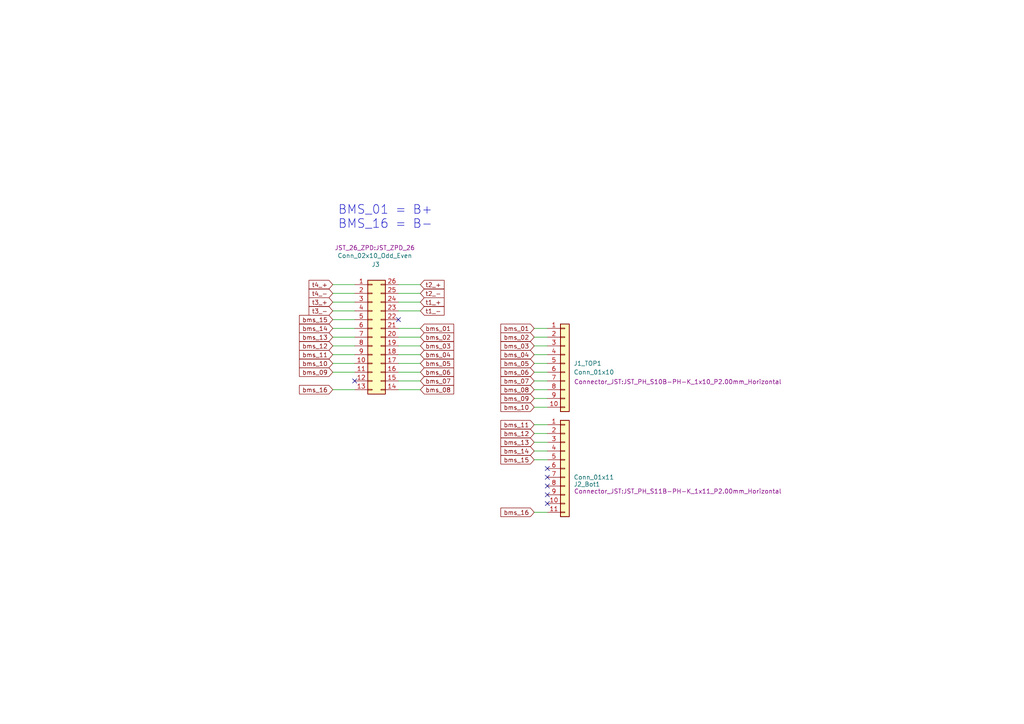
<source format=kicad_sch>
(kicad_sch
	(version 20231120)
	(generator "eeschema")
	(generator_version "8.0")
	(uuid "2966e478-13d1-4dde-8e9d-21efd49703c1")
	(paper "A4")
	(lib_symbols
		(symbol "Connector_Generic:Conn_01x10"
			(pin_names
				(offset 1.016) hide)
			(exclude_from_sim no)
			(in_bom yes)
			(on_board yes)
			(property "Reference" "J"
				(at 0 12.7 0)
				(effects
					(font
						(size 1.27 1.27)
					)
				)
			)
			(property "Value" "Conn_01x10"
				(at 0 -15.24 0)
				(effects
					(font
						(size 1.27 1.27)
					)
				)
			)
			(property "Footprint" ""
				(at 0 0 0)
				(effects
					(font
						(size 1.27 1.27)
					)
					(hide yes)
				)
			)
			(property "Datasheet" "~"
				(at 0 0 0)
				(effects
					(font
						(size 1.27 1.27)
					)
					(hide yes)
				)
			)
			(property "Description" "Generic connector, single row, 01x10, script generated (kicad-library-utils/schlib/autogen/connector/)"
				(at 0 0 0)
				(effects
					(font
						(size 1.27 1.27)
					)
					(hide yes)
				)
			)
			(property "ki_keywords" "connector"
				(at 0 0 0)
				(effects
					(font
						(size 1.27 1.27)
					)
					(hide yes)
				)
			)
			(property "ki_fp_filters" "Connector*:*_1x??_*"
				(at 0 0 0)
				(effects
					(font
						(size 1.27 1.27)
					)
					(hide yes)
				)
			)
			(symbol "Conn_01x10_1_1"
				(rectangle
					(start -1.27 -12.573)
					(end 0 -12.827)
					(stroke
						(width 0.1524)
						(type default)
					)
					(fill
						(type none)
					)
				)
				(rectangle
					(start -1.27 -10.033)
					(end 0 -10.287)
					(stroke
						(width 0.1524)
						(type default)
					)
					(fill
						(type none)
					)
				)
				(rectangle
					(start -1.27 -7.493)
					(end 0 -7.747)
					(stroke
						(width 0.1524)
						(type default)
					)
					(fill
						(type none)
					)
				)
				(rectangle
					(start -1.27 -4.953)
					(end 0 -5.207)
					(stroke
						(width 0.1524)
						(type default)
					)
					(fill
						(type none)
					)
				)
				(rectangle
					(start -1.27 -2.413)
					(end 0 -2.667)
					(stroke
						(width 0.1524)
						(type default)
					)
					(fill
						(type none)
					)
				)
				(rectangle
					(start -1.27 0.127)
					(end 0 -0.127)
					(stroke
						(width 0.1524)
						(type default)
					)
					(fill
						(type none)
					)
				)
				(rectangle
					(start -1.27 2.667)
					(end 0 2.413)
					(stroke
						(width 0.1524)
						(type default)
					)
					(fill
						(type none)
					)
				)
				(rectangle
					(start -1.27 5.207)
					(end 0 4.953)
					(stroke
						(width 0.1524)
						(type default)
					)
					(fill
						(type none)
					)
				)
				(rectangle
					(start -1.27 7.747)
					(end 0 7.493)
					(stroke
						(width 0.1524)
						(type default)
					)
					(fill
						(type none)
					)
				)
				(rectangle
					(start -1.27 10.287)
					(end 0 10.033)
					(stroke
						(width 0.1524)
						(type default)
					)
					(fill
						(type none)
					)
				)
				(rectangle
					(start -1.27 11.43)
					(end 1.27 -13.97)
					(stroke
						(width 0.254)
						(type default)
					)
					(fill
						(type background)
					)
				)
				(pin passive line
					(at -5.08 10.16 0)
					(length 3.81)
					(name "Pin_1"
						(effects
							(font
								(size 1.27 1.27)
							)
						)
					)
					(number "1"
						(effects
							(font
								(size 1.27 1.27)
							)
						)
					)
				)
				(pin passive line
					(at -5.08 -12.7 0)
					(length 3.81)
					(name "Pin_10"
						(effects
							(font
								(size 1.27 1.27)
							)
						)
					)
					(number "10"
						(effects
							(font
								(size 1.27 1.27)
							)
						)
					)
				)
				(pin passive line
					(at -5.08 7.62 0)
					(length 3.81)
					(name "Pin_2"
						(effects
							(font
								(size 1.27 1.27)
							)
						)
					)
					(number "2"
						(effects
							(font
								(size 1.27 1.27)
							)
						)
					)
				)
				(pin passive line
					(at -5.08 5.08 0)
					(length 3.81)
					(name "Pin_3"
						(effects
							(font
								(size 1.27 1.27)
							)
						)
					)
					(number "3"
						(effects
							(font
								(size 1.27 1.27)
							)
						)
					)
				)
				(pin passive line
					(at -5.08 2.54 0)
					(length 3.81)
					(name "Pin_4"
						(effects
							(font
								(size 1.27 1.27)
							)
						)
					)
					(number "4"
						(effects
							(font
								(size 1.27 1.27)
							)
						)
					)
				)
				(pin passive line
					(at -5.08 0 0)
					(length 3.81)
					(name "Pin_5"
						(effects
							(font
								(size 1.27 1.27)
							)
						)
					)
					(number "5"
						(effects
							(font
								(size 1.27 1.27)
							)
						)
					)
				)
				(pin passive line
					(at -5.08 -2.54 0)
					(length 3.81)
					(name "Pin_6"
						(effects
							(font
								(size 1.27 1.27)
							)
						)
					)
					(number "6"
						(effects
							(font
								(size 1.27 1.27)
							)
						)
					)
				)
				(pin passive line
					(at -5.08 -5.08 0)
					(length 3.81)
					(name "Pin_7"
						(effects
							(font
								(size 1.27 1.27)
							)
						)
					)
					(number "7"
						(effects
							(font
								(size 1.27 1.27)
							)
						)
					)
				)
				(pin passive line
					(at -5.08 -7.62 0)
					(length 3.81)
					(name "Pin_8"
						(effects
							(font
								(size 1.27 1.27)
							)
						)
					)
					(number "8"
						(effects
							(font
								(size 1.27 1.27)
							)
						)
					)
				)
				(pin passive line
					(at -5.08 -10.16 0)
					(length 3.81)
					(name "Pin_9"
						(effects
							(font
								(size 1.27 1.27)
							)
						)
					)
					(number "9"
						(effects
							(font
								(size 1.27 1.27)
							)
						)
					)
				)
			)
		)
		(symbol "Connector_Generic:Conn_01x11"
			(pin_names
				(offset 1.016) hide)
			(exclude_from_sim no)
			(in_bom yes)
			(on_board yes)
			(property "Reference" "J"
				(at 0 15.24 0)
				(effects
					(font
						(size 1.27 1.27)
					)
				)
			)
			(property "Value" "Conn_01x11"
				(at 0 -15.24 0)
				(effects
					(font
						(size 1.27 1.27)
					)
				)
			)
			(property "Footprint" ""
				(at 0 0 0)
				(effects
					(font
						(size 1.27 1.27)
					)
					(hide yes)
				)
			)
			(property "Datasheet" "~"
				(at 0 0 0)
				(effects
					(font
						(size 1.27 1.27)
					)
					(hide yes)
				)
			)
			(property "Description" "Generic connector, single row, 01x11, script generated (kicad-library-utils/schlib/autogen/connector/)"
				(at 0 0 0)
				(effects
					(font
						(size 1.27 1.27)
					)
					(hide yes)
				)
			)
			(property "ki_keywords" "connector"
				(at 0 0 0)
				(effects
					(font
						(size 1.27 1.27)
					)
					(hide yes)
				)
			)
			(property "ki_fp_filters" "Connector*:*_1x??_*"
				(at 0 0 0)
				(effects
					(font
						(size 1.27 1.27)
					)
					(hide yes)
				)
			)
			(symbol "Conn_01x11_1_1"
				(rectangle
					(start -1.27 -12.573)
					(end 0 -12.827)
					(stroke
						(width 0.1524)
						(type default)
					)
					(fill
						(type none)
					)
				)
				(rectangle
					(start -1.27 -10.033)
					(end 0 -10.287)
					(stroke
						(width 0.1524)
						(type default)
					)
					(fill
						(type none)
					)
				)
				(rectangle
					(start -1.27 -7.493)
					(end 0 -7.747)
					(stroke
						(width 0.1524)
						(type default)
					)
					(fill
						(type none)
					)
				)
				(rectangle
					(start -1.27 -4.953)
					(end 0 -5.207)
					(stroke
						(width 0.1524)
						(type default)
					)
					(fill
						(type none)
					)
				)
				(rectangle
					(start -1.27 -2.413)
					(end 0 -2.667)
					(stroke
						(width 0.1524)
						(type default)
					)
					(fill
						(type none)
					)
				)
				(rectangle
					(start -1.27 0.127)
					(end 0 -0.127)
					(stroke
						(width 0.1524)
						(type default)
					)
					(fill
						(type none)
					)
				)
				(rectangle
					(start -1.27 2.667)
					(end 0 2.413)
					(stroke
						(width 0.1524)
						(type default)
					)
					(fill
						(type none)
					)
				)
				(rectangle
					(start -1.27 5.207)
					(end 0 4.953)
					(stroke
						(width 0.1524)
						(type default)
					)
					(fill
						(type none)
					)
				)
				(rectangle
					(start -1.27 7.747)
					(end 0 7.493)
					(stroke
						(width 0.1524)
						(type default)
					)
					(fill
						(type none)
					)
				)
				(rectangle
					(start -1.27 10.287)
					(end 0 10.033)
					(stroke
						(width 0.1524)
						(type default)
					)
					(fill
						(type none)
					)
				)
				(rectangle
					(start -1.27 12.827)
					(end 0 12.573)
					(stroke
						(width 0.1524)
						(type default)
					)
					(fill
						(type none)
					)
				)
				(rectangle
					(start -1.27 13.97)
					(end 1.27 -13.97)
					(stroke
						(width 0.254)
						(type default)
					)
					(fill
						(type background)
					)
				)
				(pin passive line
					(at -5.08 12.7 0)
					(length 3.81)
					(name "Pin_1"
						(effects
							(font
								(size 1.27 1.27)
							)
						)
					)
					(number "1"
						(effects
							(font
								(size 1.27 1.27)
							)
						)
					)
				)
				(pin passive line
					(at -5.08 -10.16 0)
					(length 3.81)
					(name "Pin_10"
						(effects
							(font
								(size 1.27 1.27)
							)
						)
					)
					(number "10"
						(effects
							(font
								(size 1.27 1.27)
							)
						)
					)
				)
				(pin passive line
					(at -5.08 -12.7 0)
					(length 3.81)
					(name "Pin_11"
						(effects
							(font
								(size 1.27 1.27)
							)
						)
					)
					(number "11"
						(effects
							(font
								(size 1.27 1.27)
							)
						)
					)
				)
				(pin passive line
					(at -5.08 10.16 0)
					(length 3.81)
					(name "Pin_2"
						(effects
							(font
								(size 1.27 1.27)
							)
						)
					)
					(number "2"
						(effects
							(font
								(size 1.27 1.27)
							)
						)
					)
				)
				(pin passive line
					(at -5.08 7.62 0)
					(length 3.81)
					(name "Pin_3"
						(effects
							(font
								(size 1.27 1.27)
							)
						)
					)
					(number "3"
						(effects
							(font
								(size 1.27 1.27)
							)
						)
					)
				)
				(pin passive line
					(at -5.08 5.08 0)
					(length 3.81)
					(name "Pin_4"
						(effects
							(font
								(size 1.27 1.27)
							)
						)
					)
					(number "4"
						(effects
							(font
								(size 1.27 1.27)
							)
						)
					)
				)
				(pin passive line
					(at -5.08 2.54 0)
					(length 3.81)
					(name "Pin_5"
						(effects
							(font
								(size 1.27 1.27)
							)
						)
					)
					(number "5"
						(effects
							(font
								(size 1.27 1.27)
							)
						)
					)
				)
				(pin passive line
					(at -5.08 0 0)
					(length 3.81)
					(name "Pin_6"
						(effects
							(font
								(size 1.27 1.27)
							)
						)
					)
					(number "6"
						(effects
							(font
								(size 1.27 1.27)
							)
						)
					)
				)
				(pin passive line
					(at -5.08 -2.54 0)
					(length 3.81)
					(name "Pin_7"
						(effects
							(font
								(size 1.27 1.27)
							)
						)
					)
					(number "7"
						(effects
							(font
								(size 1.27 1.27)
							)
						)
					)
				)
				(pin passive line
					(at -5.08 -5.08 0)
					(length 3.81)
					(name "Pin_8"
						(effects
							(font
								(size 1.27 1.27)
							)
						)
					)
					(number "8"
						(effects
							(font
								(size 1.27 1.27)
							)
						)
					)
				)
				(pin passive line
					(at -5.08 -7.62 0)
					(length 3.81)
					(name "Pin_9"
						(effects
							(font
								(size 1.27 1.27)
							)
						)
					)
					(number "9"
						(effects
							(font
								(size 1.27 1.27)
							)
						)
					)
				)
			)
		)
		(symbol "Connector_Generic:Conn_02x13_Counter_Clockwise"
			(pin_names
				(offset 1.016) hide)
			(exclude_from_sim no)
			(in_bom yes)
			(on_board yes)
			(property "Reference" "J"
				(at 1.27 17.78 0)
				(effects
					(font
						(size 1.27 1.27)
					)
				)
			)
			(property "Value" "Conn_02x13_Counter_Clockwise"
				(at 1.27 -17.78 0)
				(effects
					(font
						(size 1.27 1.27)
					)
				)
			)
			(property "Footprint" ""
				(at 0 0 0)
				(effects
					(font
						(size 1.27 1.27)
					)
					(hide yes)
				)
			)
			(property "Datasheet" "~"
				(at 0 0 0)
				(effects
					(font
						(size 1.27 1.27)
					)
					(hide yes)
				)
			)
			(property "Description" "Generic connector, double row, 02x13, counter clockwise pin numbering scheme (similar to DIP package numbering), script generated (kicad-library-utils/schlib/autogen/connector/)"
				(at 0 0 0)
				(effects
					(font
						(size 1.27 1.27)
					)
					(hide yes)
				)
			)
			(property "ki_keywords" "connector"
				(at 0 0 0)
				(effects
					(font
						(size 1.27 1.27)
					)
					(hide yes)
				)
			)
			(property "ki_fp_filters" "Connector*:*_2x??_*"
				(at 0 0 0)
				(effects
					(font
						(size 1.27 1.27)
					)
					(hide yes)
				)
			)
			(symbol "Conn_02x13_Counter_Clockwise_1_1"
				(rectangle
					(start -1.27 -15.113)
					(end 0 -15.367)
					(stroke
						(width 0.1524)
						(type default)
					)
					(fill
						(type none)
					)
				)
				(rectangle
					(start -1.27 -12.573)
					(end 0 -12.827)
					(stroke
						(width 0.1524)
						(type default)
					)
					(fill
						(type none)
					)
				)
				(rectangle
					(start -1.27 -10.033)
					(end 0 -10.287)
					(stroke
						(width 0.1524)
						(type default)
					)
					(fill
						(type none)
					)
				)
				(rectangle
					(start -1.27 -7.493)
					(end 0 -7.747)
					(stroke
						(width 0.1524)
						(type default)
					)
					(fill
						(type none)
					)
				)
				(rectangle
					(start -1.27 -4.953)
					(end 0 -5.207)
					(stroke
						(width 0.1524)
						(type default)
					)
					(fill
						(type none)
					)
				)
				(rectangle
					(start -1.27 -2.413)
					(end 0 -2.667)
					(stroke
						(width 0.1524)
						(type default)
					)
					(fill
						(type none)
					)
				)
				(rectangle
					(start -1.27 0.127)
					(end 0 -0.127)
					(stroke
						(width 0.1524)
						(type default)
					)
					(fill
						(type none)
					)
				)
				(rectangle
					(start -1.27 2.667)
					(end 0 2.413)
					(stroke
						(width 0.1524)
						(type default)
					)
					(fill
						(type none)
					)
				)
				(rectangle
					(start -1.27 5.207)
					(end 0 4.953)
					(stroke
						(width 0.1524)
						(type default)
					)
					(fill
						(type none)
					)
				)
				(rectangle
					(start -1.27 7.747)
					(end 0 7.493)
					(stroke
						(width 0.1524)
						(type default)
					)
					(fill
						(type none)
					)
				)
				(rectangle
					(start -1.27 10.287)
					(end 0 10.033)
					(stroke
						(width 0.1524)
						(type default)
					)
					(fill
						(type none)
					)
				)
				(rectangle
					(start -1.27 12.827)
					(end 0 12.573)
					(stroke
						(width 0.1524)
						(type default)
					)
					(fill
						(type none)
					)
				)
				(rectangle
					(start -1.27 15.367)
					(end 0 15.113)
					(stroke
						(width 0.1524)
						(type default)
					)
					(fill
						(type none)
					)
				)
				(rectangle
					(start -1.27 16.51)
					(end 3.81 -16.51)
					(stroke
						(width 0.254)
						(type default)
					)
					(fill
						(type background)
					)
				)
				(rectangle
					(start 3.81 -15.113)
					(end 2.54 -15.367)
					(stroke
						(width 0.1524)
						(type default)
					)
					(fill
						(type none)
					)
				)
				(rectangle
					(start 3.81 -12.573)
					(end 2.54 -12.827)
					(stroke
						(width 0.1524)
						(type default)
					)
					(fill
						(type none)
					)
				)
				(rectangle
					(start 3.81 -10.033)
					(end 2.54 -10.287)
					(stroke
						(width 0.1524)
						(type default)
					)
					(fill
						(type none)
					)
				)
				(rectangle
					(start 3.81 -7.493)
					(end 2.54 -7.747)
					(stroke
						(width 0.1524)
						(type default)
					)
					(fill
						(type none)
					)
				)
				(rectangle
					(start 3.81 -4.953)
					(end 2.54 -5.207)
					(stroke
						(width 0.1524)
						(type default)
					)
					(fill
						(type none)
					)
				)
				(rectangle
					(start 3.81 -2.413)
					(end 2.54 -2.667)
					(stroke
						(width 0.1524)
						(type default)
					)
					(fill
						(type none)
					)
				)
				(rectangle
					(start 3.81 0.127)
					(end 2.54 -0.127)
					(stroke
						(width 0.1524)
						(type default)
					)
					(fill
						(type none)
					)
				)
				(rectangle
					(start 3.81 2.667)
					(end 2.54 2.413)
					(stroke
						(width 0.1524)
						(type default)
					)
					(fill
						(type none)
					)
				)
				(rectangle
					(start 3.81 5.207)
					(end 2.54 4.953)
					(stroke
						(width 0.1524)
						(type default)
					)
					(fill
						(type none)
					)
				)
				(rectangle
					(start 3.81 7.747)
					(end 2.54 7.493)
					(stroke
						(width 0.1524)
						(type default)
					)
					(fill
						(type none)
					)
				)
				(rectangle
					(start 3.81 10.287)
					(end 2.54 10.033)
					(stroke
						(width 0.1524)
						(type default)
					)
					(fill
						(type none)
					)
				)
				(rectangle
					(start 3.81 12.827)
					(end 2.54 12.573)
					(stroke
						(width 0.1524)
						(type default)
					)
					(fill
						(type none)
					)
				)
				(rectangle
					(start 3.81 15.367)
					(end 2.54 15.113)
					(stroke
						(width 0.1524)
						(type default)
					)
					(fill
						(type none)
					)
				)
				(pin passive line
					(at -5.08 15.24 0)
					(length 3.81)
					(name "Pin_1"
						(effects
							(font
								(size 1.27 1.27)
							)
						)
					)
					(number "1"
						(effects
							(font
								(size 1.27 1.27)
							)
						)
					)
				)
				(pin passive line
					(at -5.08 -7.62 0)
					(length 3.81)
					(name "Pin_10"
						(effects
							(font
								(size 1.27 1.27)
							)
						)
					)
					(number "10"
						(effects
							(font
								(size 1.27 1.27)
							)
						)
					)
				)
				(pin passive line
					(at -5.08 -10.16 0)
					(length 3.81)
					(name "Pin_11"
						(effects
							(font
								(size 1.27 1.27)
							)
						)
					)
					(number "11"
						(effects
							(font
								(size 1.27 1.27)
							)
						)
					)
				)
				(pin passive line
					(at -5.08 -12.7 0)
					(length 3.81)
					(name "Pin_12"
						(effects
							(font
								(size 1.27 1.27)
							)
						)
					)
					(number "12"
						(effects
							(font
								(size 1.27 1.27)
							)
						)
					)
				)
				(pin passive line
					(at -5.08 -15.24 0)
					(length 3.81)
					(name "Pin_13"
						(effects
							(font
								(size 1.27 1.27)
							)
						)
					)
					(number "13"
						(effects
							(font
								(size 1.27 1.27)
							)
						)
					)
				)
				(pin passive line
					(at 7.62 -15.24 180)
					(length 3.81)
					(name "Pin_14"
						(effects
							(font
								(size 1.27 1.27)
							)
						)
					)
					(number "14"
						(effects
							(font
								(size 1.27 1.27)
							)
						)
					)
				)
				(pin passive line
					(at 7.62 -12.7 180)
					(length 3.81)
					(name "Pin_15"
						(effects
							(font
								(size 1.27 1.27)
							)
						)
					)
					(number "15"
						(effects
							(font
								(size 1.27 1.27)
							)
						)
					)
				)
				(pin passive line
					(at 7.62 -10.16 180)
					(length 3.81)
					(name "Pin_16"
						(effects
							(font
								(size 1.27 1.27)
							)
						)
					)
					(number "16"
						(effects
							(font
								(size 1.27 1.27)
							)
						)
					)
				)
				(pin passive line
					(at 7.62 -7.62 180)
					(length 3.81)
					(name "Pin_17"
						(effects
							(font
								(size 1.27 1.27)
							)
						)
					)
					(number "17"
						(effects
							(font
								(size 1.27 1.27)
							)
						)
					)
				)
				(pin passive line
					(at 7.62 -5.08 180)
					(length 3.81)
					(name "Pin_18"
						(effects
							(font
								(size 1.27 1.27)
							)
						)
					)
					(number "18"
						(effects
							(font
								(size 1.27 1.27)
							)
						)
					)
				)
				(pin passive line
					(at 7.62 -2.54 180)
					(length 3.81)
					(name "Pin_19"
						(effects
							(font
								(size 1.27 1.27)
							)
						)
					)
					(number "19"
						(effects
							(font
								(size 1.27 1.27)
							)
						)
					)
				)
				(pin passive line
					(at -5.08 12.7 0)
					(length 3.81)
					(name "Pin_2"
						(effects
							(font
								(size 1.27 1.27)
							)
						)
					)
					(number "2"
						(effects
							(font
								(size 1.27 1.27)
							)
						)
					)
				)
				(pin passive line
					(at 7.62 0 180)
					(length 3.81)
					(name "Pin_20"
						(effects
							(font
								(size 1.27 1.27)
							)
						)
					)
					(number "20"
						(effects
							(font
								(size 1.27 1.27)
							)
						)
					)
				)
				(pin passive line
					(at 7.62 2.54 180)
					(length 3.81)
					(name "Pin_21"
						(effects
							(font
								(size 1.27 1.27)
							)
						)
					)
					(number "21"
						(effects
							(font
								(size 1.27 1.27)
							)
						)
					)
				)
				(pin passive line
					(at 7.62 5.08 180)
					(length 3.81)
					(name "Pin_22"
						(effects
							(font
								(size 1.27 1.27)
							)
						)
					)
					(number "22"
						(effects
							(font
								(size 1.27 1.27)
							)
						)
					)
				)
				(pin passive line
					(at 7.62 7.62 180)
					(length 3.81)
					(name "Pin_23"
						(effects
							(font
								(size 1.27 1.27)
							)
						)
					)
					(number "23"
						(effects
							(font
								(size 1.27 1.27)
							)
						)
					)
				)
				(pin passive line
					(at 7.62 10.16 180)
					(length 3.81)
					(name "Pin_24"
						(effects
							(font
								(size 1.27 1.27)
							)
						)
					)
					(number "24"
						(effects
							(font
								(size 1.27 1.27)
							)
						)
					)
				)
				(pin passive line
					(at 7.62 12.7 180)
					(length 3.81)
					(name "Pin_25"
						(effects
							(font
								(size 1.27 1.27)
							)
						)
					)
					(number "25"
						(effects
							(font
								(size 1.27 1.27)
							)
						)
					)
				)
				(pin passive line
					(at 7.62 15.24 180)
					(length 3.81)
					(name "Pin_26"
						(effects
							(font
								(size 1.27 1.27)
							)
						)
					)
					(number "26"
						(effects
							(font
								(size 1.27 1.27)
							)
						)
					)
				)
				(pin passive line
					(at -5.08 10.16 0)
					(length 3.81)
					(name "Pin_3"
						(effects
							(font
								(size 1.27 1.27)
							)
						)
					)
					(number "3"
						(effects
							(font
								(size 1.27 1.27)
							)
						)
					)
				)
				(pin passive line
					(at -5.08 7.62 0)
					(length 3.81)
					(name "Pin_4"
						(effects
							(font
								(size 1.27 1.27)
							)
						)
					)
					(number "4"
						(effects
							(font
								(size 1.27 1.27)
							)
						)
					)
				)
				(pin passive line
					(at -5.08 5.08 0)
					(length 3.81)
					(name "Pin_5"
						(effects
							(font
								(size 1.27 1.27)
							)
						)
					)
					(number "5"
						(effects
							(font
								(size 1.27 1.27)
							)
						)
					)
				)
				(pin passive line
					(at -5.08 2.54 0)
					(length 3.81)
					(name "Pin_6"
						(effects
							(font
								(size 1.27 1.27)
							)
						)
					)
					(number "6"
						(effects
							(font
								(size 1.27 1.27)
							)
						)
					)
				)
				(pin passive line
					(at -5.08 0 0)
					(length 3.81)
					(name "Pin_7"
						(effects
							(font
								(size 1.27 1.27)
							)
						)
					)
					(number "7"
						(effects
							(font
								(size 1.27 1.27)
							)
						)
					)
				)
				(pin passive line
					(at -5.08 -2.54 0)
					(length 3.81)
					(name "Pin_8"
						(effects
							(font
								(size 1.27 1.27)
							)
						)
					)
					(number "8"
						(effects
							(font
								(size 1.27 1.27)
							)
						)
					)
				)
				(pin passive line
					(at -5.08 -5.08 0)
					(length 3.81)
					(name "Pin_9"
						(effects
							(font
								(size 1.27 1.27)
							)
						)
					)
					(number "9"
						(effects
							(font
								(size 1.27 1.27)
							)
						)
					)
				)
			)
		)
	)
	(no_connect
		(at 102.87 110.49)
		(uuid "0024ff6e-da13-4715-8929-89a204c923e5")
	)
	(no_connect
		(at 158.75 135.89)
		(uuid "042dbd1d-5ec9-4b2a-8a85-9332cd4a96e2")
	)
	(no_connect
		(at 158.75 140.97)
		(uuid "0fabb025-58bc-4b7e-8c19-d498493c6371")
	)
	(no_connect
		(at 158.75 146.05)
		(uuid "54faa16b-bde6-4fa6-84a4-ae0b33c477ec")
	)
	(no_connect
		(at 115.57 92.71)
		(uuid "6373a78b-b2ac-4157-ba25-532a96d634e9")
	)
	(no_connect
		(at 158.75 138.43)
		(uuid "7be6414a-da00-482e-8301-e77c60ff3380")
	)
	(no_connect
		(at 158.75 143.51)
		(uuid "9efbd93f-d005-483c-aefd-373e304eb821")
	)
	(wire
		(pts
			(xy 154.94 105.41) (xy 158.75 105.41)
		)
		(stroke
			(width 0)
			(type default)
		)
		(uuid "01175e71-2d92-4cd1-8b4c-89aa23cc6d77")
	)
	(wire
		(pts
			(xy 115.57 97.79) (xy 121.92 97.79)
		)
		(stroke
			(width 0)
			(type default)
		)
		(uuid "0bcf1106-5a39-4327-a7da-1c122a7a8200")
	)
	(wire
		(pts
			(xy 154.94 113.03) (xy 158.75 113.03)
		)
		(stroke
			(width 0)
			(type default)
		)
		(uuid "0fb9e33e-02d0-4c37-a6d8-654590968f03")
	)
	(wire
		(pts
			(xy 115.57 102.87) (xy 121.92 102.87)
		)
		(stroke
			(width 0)
			(type default)
		)
		(uuid "17389c28-8811-4ca9-8ace-38c45b6289b7")
	)
	(wire
		(pts
			(xy 96.52 90.17) (xy 102.87 90.17)
		)
		(stroke
			(width 0)
			(type default)
		)
		(uuid "1ab6bbcf-fbdf-4861-a2e8-bc23a95f8039")
	)
	(wire
		(pts
			(xy 154.94 148.59) (xy 158.75 148.59)
		)
		(stroke
			(width 0)
			(type default)
		)
		(uuid "1c56872e-9fba-46a9-95e5-a71ca61a26b9")
	)
	(wire
		(pts
			(xy 115.57 110.49) (xy 121.92 110.49)
		)
		(stroke
			(width 0)
			(type default)
		)
		(uuid "1dee0085-a46a-473d-8ca2-fccd16a3bc37")
	)
	(wire
		(pts
			(xy 154.94 128.27) (xy 158.75 128.27)
		)
		(stroke
			(width 0)
			(type default)
		)
		(uuid "21b8c2ab-cb87-44d3-8eaa-b2714cb0f6c7")
	)
	(wire
		(pts
			(xy 96.52 95.25) (xy 102.87 95.25)
		)
		(stroke
			(width 0)
			(type default)
		)
		(uuid "2566f096-3d73-4031-8848-0f773dc373f7")
	)
	(wire
		(pts
			(xy 96.52 107.95) (xy 102.87 107.95)
		)
		(stroke
			(width 0)
			(type default)
		)
		(uuid "2bbea4f7-bf1e-4a6e-bd56-3eafc3c7113d")
	)
	(wire
		(pts
			(xy 96.52 97.79) (xy 102.87 97.79)
		)
		(stroke
			(width 0)
			(type default)
		)
		(uuid "2eb544b1-9575-423f-b30a-eaeabeaf945d")
	)
	(wire
		(pts
			(xy 115.57 95.25) (xy 121.92 95.25)
		)
		(stroke
			(width 0)
			(type default)
		)
		(uuid "31512d30-0cc5-4bcd-90cf-42703b35063c")
	)
	(wire
		(pts
			(xy 96.52 85.09) (xy 102.87 85.09)
		)
		(stroke
			(width 0)
			(type default)
		)
		(uuid "49ec0b86-0c04-4f03-9a8f-d809523b0e2c")
	)
	(wire
		(pts
			(xy 154.94 125.73) (xy 158.75 125.73)
		)
		(stroke
			(width 0)
			(type default)
		)
		(uuid "4e1b7031-572c-4d25-9542-accfca6027a1")
	)
	(wire
		(pts
			(xy 154.94 107.95) (xy 158.75 107.95)
		)
		(stroke
			(width 0)
			(type default)
		)
		(uuid "59c790e2-802e-468e-a052-7ff8020afd2e")
	)
	(wire
		(pts
			(xy 115.57 82.55) (xy 121.92 82.55)
		)
		(stroke
			(width 0)
			(type default)
		)
		(uuid "6a859091-f882-40a7-89db-4912667464f4")
	)
	(wire
		(pts
			(xy 115.57 85.09) (xy 121.92 85.09)
		)
		(stroke
			(width 0)
			(type default)
		)
		(uuid "752dae60-3914-4d9c-8cb9-af9187d6247b")
	)
	(wire
		(pts
			(xy 154.94 110.49) (xy 158.75 110.49)
		)
		(stroke
			(width 0)
			(type default)
		)
		(uuid "7d176904-c6d6-4461-8fb7-1b5d824f86d1")
	)
	(wire
		(pts
			(xy 154.94 130.81) (xy 158.75 130.81)
		)
		(stroke
			(width 0)
			(type default)
		)
		(uuid "7da7f2b8-6405-4e2c-859f-3f98ed58f1f3")
	)
	(wire
		(pts
			(xy 115.57 105.41) (xy 121.92 105.41)
		)
		(stroke
			(width 0)
			(type default)
		)
		(uuid "7dac5c0e-24ba-46cf-aa43-4f2dd2d32f08")
	)
	(wire
		(pts
			(xy 154.94 133.35) (xy 158.75 133.35)
		)
		(stroke
			(width 0)
			(type default)
		)
		(uuid "837eab5e-ac03-48fd-bddd-99365901d3be")
	)
	(wire
		(pts
			(xy 154.94 123.19) (xy 158.75 123.19)
		)
		(stroke
			(width 0)
			(type default)
		)
		(uuid "87ed26ec-ae93-4345-b878-1214f6c30f3f")
	)
	(wire
		(pts
			(xy 115.57 107.95) (xy 121.92 107.95)
		)
		(stroke
			(width 0)
			(type default)
		)
		(uuid "986a75a4-caab-415e-89c3-81d2593e3d8a")
	)
	(wire
		(pts
			(xy 115.57 87.63) (xy 121.92 87.63)
		)
		(stroke
			(width 0)
			(type default)
		)
		(uuid "9d46d3c8-17e4-42c5-aeb2-eb6bd8edf82a")
	)
	(wire
		(pts
			(xy 96.52 87.63) (xy 102.87 87.63)
		)
		(stroke
			(width 0)
			(type default)
		)
		(uuid "9f19d6d4-1837-4729-87a5-8fb3631f0540")
	)
	(wire
		(pts
			(xy 96.52 102.87) (xy 102.87 102.87)
		)
		(stroke
			(width 0)
			(type default)
		)
		(uuid "9f97285b-1ce7-4bf0-b4eb-e5649ee8c798")
	)
	(wire
		(pts
			(xy 115.57 90.17) (xy 121.92 90.17)
		)
		(stroke
			(width 0)
			(type default)
		)
		(uuid "a06cecdf-6a09-439a-9aa9-2d696119fbb5")
	)
	(wire
		(pts
			(xy 96.52 92.71) (xy 102.87 92.71)
		)
		(stroke
			(width 0)
			(type default)
		)
		(uuid "a2f75a6c-c239-4673-9d6b-319db169799b")
	)
	(wire
		(pts
			(xy 154.94 95.25) (xy 158.75 95.25)
		)
		(stroke
			(width 0)
			(type default)
		)
		(uuid "a3ff3653-bc68-48e5-815a-1c3bf92acbc5")
	)
	(wire
		(pts
			(xy 115.57 100.33) (xy 121.92 100.33)
		)
		(stroke
			(width 0)
			(type default)
		)
		(uuid "a8156aa4-b59a-4cb9-9a30-6cb9c1a6c5d6")
	)
	(wire
		(pts
			(xy 96.52 100.33) (xy 102.87 100.33)
		)
		(stroke
			(width 0)
			(type default)
		)
		(uuid "bcb1c36c-402b-4cb2-a95e-683fd4789a46")
	)
	(wire
		(pts
			(xy 154.94 100.33) (xy 158.75 100.33)
		)
		(stroke
			(width 0)
			(type default)
		)
		(uuid "c3aa3fed-a388-445b-9408-eecdea390244")
	)
	(wire
		(pts
			(xy 115.57 113.03) (xy 121.92 113.03)
		)
		(stroke
			(width 0)
			(type default)
		)
		(uuid "cb1be4d2-fd96-490c-beb3-5cd4a9eb6667")
	)
	(wire
		(pts
			(xy 96.52 113.03) (xy 102.87 113.03)
		)
		(stroke
			(width 0)
			(type default)
		)
		(uuid "d0193a69-e26f-4df1-9f43-6a009908d482")
	)
	(wire
		(pts
			(xy 96.52 105.41) (xy 102.87 105.41)
		)
		(stroke
			(width 0)
			(type default)
		)
		(uuid "dd2beb65-95dd-435e-ab07-4543b7e16e61")
	)
	(wire
		(pts
			(xy 154.94 102.87) (xy 158.75 102.87)
		)
		(stroke
			(width 0)
			(type default)
		)
		(uuid "ecb24e5d-7a9a-4c5b-bdf6-2588dcab29e6")
	)
	(wire
		(pts
			(xy 154.94 97.79) (xy 158.75 97.79)
		)
		(stroke
			(width 0)
			(type default)
		)
		(uuid "f40b9238-cb12-4180-a258-d151ba52c486")
	)
	(wire
		(pts
			(xy 154.94 115.57) (xy 158.75 115.57)
		)
		(stroke
			(width 0)
			(type default)
		)
		(uuid "f584163e-ffd2-46fa-8857-9312b220e5bc")
	)
	(wire
		(pts
			(xy 96.52 82.55) (xy 102.87 82.55)
		)
		(stroke
			(width 0)
			(type default)
		)
		(uuid "fa4d667b-866a-4cdf-afd0-209b54f44a58")
	)
	(wire
		(pts
			(xy 154.94 118.11) (xy 158.75 118.11)
		)
		(stroke
			(width 0)
			(type default)
		)
		(uuid "fc28448f-22a5-45fa-b2a3-4fffc51c5a92")
	)
	(text "BMS_01 = B+\nBMS_16 = B-"
		(exclude_from_sim no)
		(at 111.76 62.992 0)
		(effects
			(font
				(size 2.54 2.54)
			)
		)
		(uuid "762741ee-de8a-42d4-a397-ba6cb152615e")
	)
	(global_label "bms_01"
		(shape input)
		(at 154.94 95.25 180)
		(fields_autoplaced yes)
		(effects
			(font
				(size 1.27 1.27)
			)
			(justify right)
		)
		(uuid "0220409c-a3cb-42bf-b0de-b20ae2a3ed07")
		(property "Intersheetrefs" "${INTERSHEET_REFS}"
			(at 144.6978 95.25 0)
			(effects
				(font
					(size 1.27 1.27)
				)
				(justify right)
				(hide yes)
			)
		)
	)
	(global_label "bms_02"
		(shape input)
		(at 121.92 97.79 0)
		(fields_autoplaced yes)
		(effects
			(font
				(size 1.27 1.27)
			)
			(justify left)
		)
		(uuid "03251eb9-a156-40f1-8d7b-ace182c6b695")
		(property "Intersheetrefs" "${INTERSHEET_REFS}"
			(at 132.1622 97.79 0)
			(effects
				(font
					(size 1.27 1.27)
				)
				(justify left)
				(hide yes)
			)
		)
	)
	(global_label "t1_-"
		(shape input)
		(at 121.92 90.17 0)
		(fields_autoplaced yes)
		(effects
			(font
				(size 1.27 1.27)
			)
			(justify left)
		)
		(uuid "0ff093f3-a8c1-4269-905b-cb750d1199be")
		(property "Intersheetrefs" "${INTERSHEET_REFS}"
			(at 129.3804 90.17 0)
			(effects
				(font
					(size 1.27 1.27)
				)
				(justify left)
				(hide yes)
			)
		)
	)
	(global_label "bms_09"
		(shape input)
		(at 96.52 107.95 180)
		(fields_autoplaced yes)
		(effects
			(font
				(size 1.27 1.27)
			)
			(justify right)
		)
		(uuid "11e7a3a9-adbe-40c4-9a09-6aad947e78f7")
		(property "Intersheetrefs" "${INTERSHEET_REFS}"
			(at 86.2778 107.95 0)
			(effects
				(font
					(size 1.27 1.27)
				)
				(justify right)
				(hide yes)
			)
		)
	)
	(global_label "bms_10"
		(shape input)
		(at 96.52 105.41 180)
		(fields_autoplaced yes)
		(effects
			(font
				(size 1.27 1.27)
			)
			(justify right)
		)
		(uuid "1239cfae-ff27-42da-9217-e6bdc93bda71")
		(property "Intersheetrefs" "${INTERSHEET_REFS}"
			(at 86.2778 105.41 0)
			(effects
				(font
					(size 1.27 1.27)
				)
				(justify right)
				(hide yes)
			)
		)
	)
	(global_label "bms_07"
		(shape input)
		(at 154.94 110.49 180)
		(fields_autoplaced yes)
		(effects
			(font
				(size 1.27 1.27)
			)
			(justify right)
		)
		(uuid "1652148d-d44b-4d2e-b789-2b78fa14d1ad")
		(property "Intersheetrefs" "${INTERSHEET_REFS}"
			(at 144.6978 110.49 0)
			(effects
				(font
					(size 1.27 1.27)
				)
				(justify right)
				(hide yes)
			)
		)
	)
	(global_label "bms_04"
		(shape input)
		(at 121.92 102.87 0)
		(fields_autoplaced yes)
		(effects
			(font
				(size 1.27 1.27)
			)
			(justify left)
		)
		(uuid "201cbcd8-26ce-4b1b-9b0c-2f26630dd68b")
		(property "Intersheetrefs" "${INTERSHEET_REFS}"
			(at 132.1622 102.87 0)
			(effects
				(font
					(size 1.27 1.27)
				)
				(justify left)
				(hide yes)
			)
		)
	)
	(global_label "bms_08"
		(shape input)
		(at 154.94 113.03 180)
		(fields_autoplaced yes)
		(effects
			(font
				(size 1.27 1.27)
			)
			(justify right)
		)
		(uuid "267ad015-1842-44fe-90d1-7f97b6c120ed")
		(property "Intersheetrefs" "${INTERSHEET_REFS}"
			(at 144.6978 113.03 0)
			(effects
				(font
					(size 1.27 1.27)
				)
				(justify right)
				(hide yes)
			)
		)
	)
	(global_label "bms_09"
		(shape input)
		(at 154.94 115.57 180)
		(fields_autoplaced yes)
		(effects
			(font
				(size 1.27 1.27)
			)
			(justify right)
		)
		(uuid "307e5c7a-a91d-4a47-b83a-2dc9a5c1f2ab")
		(property "Intersheetrefs" "${INTERSHEET_REFS}"
			(at 144.6978 115.57 0)
			(effects
				(font
					(size 1.27 1.27)
				)
				(justify right)
				(hide yes)
			)
		)
	)
	(global_label "t1_+"
		(shape input)
		(at 121.92 87.63 0)
		(fields_autoplaced yes)
		(effects
			(font
				(size 1.27 1.27)
			)
			(justify left)
		)
		(uuid "42385dd5-3630-4309-9f83-fffd7dd76675")
		(property "Intersheetrefs" "${INTERSHEET_REFS}"
			(at 129.3804 87.63 0)
			(effects
				(font
					(size 1.27 1.27)
				)
				(justify left)
				(hide yes)
			)
		)
	)
	(global_label "bms_14"
		(shape input)
		(at 154.94 130.81 180)
		(fields_autoplaced yes)
		(effects
			(font
				(size 1.27 1.27)
			)
			(justify right)
		)
		(uuid "44a9628a-f991-4180-810c-b3003f9706c4")
		(property "Intersheetrefs" "${INTERSHEET_REFS}"
			(at 144.6978 130.81 0)
			(effects
				(font
					(size 1.27 1.27)
				)
				(justify right)
				(hide yes)
			)
		)
	)
	(global_label "t2_-"
		(shape input)
		(at 121.92 85.09 0)
		(fields_autoplaced yes)
		(effects
			(font
				(size 1.27 1.27)
			)
			(justify left)
		)
		(uuid "489e3338-726f-4347-8ff0-66e9f82c11b0")
		(property "Intersheetrefs" "${INTERSHEET_REFS}"
			(at 129.3804 85.09 0)
			(effects
				(font
					(size 1.27 1.27)
				)
				(justify left)
				(hide yes)
			)
		)
	)
	(global_label "bms_07"
		(shape input)
		(at 121.92 110.49 0)
		(fields_autoplaced yes)
		(effects
			(font
				(size 1.27 1.27)
			)
			(justify left)
		)
		(uuid "5206af0c-9b28-4595-a44a-1a90e52fb3cb")
		(property "Intersheetrefs" "${INTERSHEET_REFS}"
			(at 132.1622 110.49 0)
			(effects
				(font
					(size 1.27 1.27)
				)
				(justify left)
				(hide yes)
			)
		)
	)
	(global_label "bms_02"
		(shape input)
		(at 154.94 97.79 180)
		(fields_autoplaced yes)
		(effects
			(font
				(size 1.27 1.27)
			)
			(justify right)
		)
		(uuid "5d471d33-8d0e-4f11-afc8-5f2e49a74ebd")
		(property "Intersheetrefs" "${INTERSHEET_REFS}"
			(at 144.6978 97.79 0)
			(effects
				(font
					(size 1.27 1.27)
				)
				(justify right)
				(hide yes)
			)
		)
	)
	(global_label "bms_16"
		(shape input)
		(at 96.52 113.03 180)
		(fields_autoplaced yes)
		(effects
			(font
				(size 1.27 1.27)
			)
			(justify right)
		)
		(uuid "65b523ec-eccd-4147-a8a8-1772e7823b4b")
		(property "Intersheetrefs" "${INTERSHEET_REFS}"
			(at 86.2778 113.03 0)
			(effects
				(font
					(size 1.27 1.27)
				)
				(justify right)
				(hide yes)
			)
		)
	)
	(global_label "t3_+"
		(shape input)
		(at 96.52 87.63 180)
		(fields_autoplaced yes)
		(effects
			(font
				(size 1.27 1.27)
			)
			(justify right)
		)
		(uuid "6e60efad-9b0c-42e9-b9ea-060af3a39692")
		(property "Intersheetrefs" "${INTERSHEET_REFS}"
			(at 89.0596 87.63 0)
			(effects
				(font
					(size 1.27 1.27)
				)
				(justify right)
				(hide yes)
			)
		)
	)
	(global_label "bms_08"
		(shape input)
		(at 121.92 113.03 0)
		(fields_autoplaced yes)
		(effects
			(font
				(size 1.27 1.27)
			)
			(justify left)
		)
		(uuid "7d73f5da-c81b-4b05-b20e-a5be8594420e")
		(property "Intersheetrefs" "${INTERSHEET_REFS}"
			(at 132.1622 113.03 0)
			(effects
				(font
					(size 1.27 1.27)
				)
				(justify left)
				(hide yes)
			)
		)
	)
	(global_label "bms_03"
		(shape input)
		(at 154.94 100.33 180)
		(fields_autoplaced yes)
		(effects
			(font
				(size 1.27 1.27)
			)
			(justify right)
		)
		(uuid "7f2f43f1-3f36-4db3-b742-0ad76a1d7672")
		(property "Intersheetrefs" "${INTERSHEET_REFS}"
			(at 144.6978 100.33 0)
			(effects
				(font
					(size 1.27 1.27)
				)
				(justify right)
				(hide yes)
			)
		)
	)
	(global_label "bms_11"
		(shape input)
		(at 96.52 102.87 180)
		(fields_autoplaced yes)
		(effects
			(font
				(size 1.27 1.27)
			)
			(justify right)
		)
		(uuid "80a4caec-e42a-410e-9efb-aa9fce90334a")
		(property "Intersheetrefs" "${INTERSHEET_REFS}"
			(at 86.2778 102.87 0)
			(effects
				(font
					(size 1.27 1.27)
				)
				(justify right)
				(hide yes)
			)
		)
	)
	(global_label "t4_+"
		(shape input)
		(at 96.52 82.55 180)
		(fields_autoplaced yes)
		(effects
			(font
				(size 1.27 1.27)
			)
			(justify right)
		)
		(uuid "848c6279-70fe-4a2e-92eb-4987e8b34c46")
		(property "Intersheetrefs" "${INTERSHEET_REFS}"
			(at 89.0596 82.55 0)
			(effects
				(font
					(size 1.27 1.27)
				)
				(justify right)
				(hide yes)
			)
		)
	)
	(global_label "bms_05"
		(shape input)
		(at 121.92 105.41 0)
		(fields_autoplaced yes)
		(effects
			(font
				(size 1.27 1.27)
			)
			(justify left)
		)
		(uuid "89f3f25b-adec-43d1-8125-9b27f67dd0dd")
		(property "Intersheetrefs" "${INTERSHEET_REFS}"
			(at 132.1622 105.41 0)
			(effects
				(font
					(size 1.27 1.27)
				)
				(justify left)
				(hide yes)
			)
		)
	)
	(global_label "bms_15"
		(shape input)
		(at 154.94 133.35 180)
		(fields_autoplaced yes)
		(effects
			(font
				(size 1.27 1.27)
			)
			(justify right)
		)
		(uuid "9da87d06-af14-429c-9433-f6370bcd9245")
		(property "Intersheetrefs" "${INTERSHEET_REFS}"
			(at 144.6978 133.35 0)
			(effects
				(font
					(size 1.27 1.27)
				)
				(justify right)
				(hide yes)
			)
		)
	)
	(global_label "bms_04"
		(shape input)
		(at 154.94 102.87 180)
		(fields_autoplaced yes)
		(effects
			(font
				(size 1.27 1.27)
			)
			(justify right)
		)
		(uuid "9fbeae07-27d6-44f2-b92a-0f30fd91efd2")
		(property "Intersheetrefs" "${INTERSHEET_REFS}"
			(at 144.6978 102.87 0)
			(effects
				(font
					(size 1.27 1.27)
				)
				(justify right)
				(hide yes)
			)
		)
	)
	(global_label "bms_15"
		(shape input)
		(at 96.52 92.71 180)
		(fields_autoplaced yes)
		(effects
			(font
				(size 1.27 1.27)
			)
			(justify right)
		)
		(uuid "a09e3b18-f919-48dc-b97b-ce26973e3501")
		(property "Intersheetrefs" "${INTERSHEET_REFS}"
			(at 86.2778 92.71 0)
			(effects
				(font
					(size 1.27 1.27)
				)
				(justify right)
				(hide yes)
			)
		)
	)
	(global_label "bms_06"
		(shape input)
		(at 121.92 107.95 0)
		(fields_autoplaced yes)
		(effects
			(font
				(size 1.27 1.27)
			)
			(justify left)
		)
		(uuid "a470776b-b23d-49b4-bbaf-7927f6469bd5")
		(property "Intersheetrefs" "${INTERSHEET_REFS}"
			(at 132.1622 107.95 0)
			(effects
				(font
					(size 1.27 1.27)
				)
				(justify left)
				(hide yes)
			)
		)
	)
	(global_label "bms_13"
		(shape input)
		(at 154.94 128.27 180)
		(fields_autoplaced yes)
		(effects
			(font
				(size 1.27 1.27)
			)
			(justify right)
		)
		(uuid "abe9c028-5d61-448b-b0ff-d38a726b38f9")
		(property "Intersheetrefs" "${INTERSHEET_REFS}"
			(at 144.6978 128.27 0)
			(effects
				(font
					(size 1.27 1.27)
				)
				(justify right)
				(hide yes)
			)
		)
	)
	(global_label "bms_14"
		(shape input)
		(at 96.52 95.25 180)
		(fields_autoplaced yes)
		(effects
			(font
				(size 1.27 1.27)
			)
			(justify right)
		)
		(uuid "b68acfd3-217a-4276-8a98-1929e5c3b996")
		(property "Intersheetrefs" "${INTERSHEET_REFS}"
			(at 86.2778 95.25 0)
			(effects
				(font
					(size 1.27 1.27)
				)
				(justify right)
				(hide yes)
			)
		)
	)
	(global_label "bms_05"
		(shape input)
		(at 154.94 105.41 180)
		(fields_autoplaced yes)
		(effects
			(font
				(size 1.27 1.27)
			)
			(justify right)
		)
		(uuid "c1e48d40-ff35-4b35-a2f3-15b32e0d8837")
		(property "Intersheetrefs" "${INTERSHEET_REFS}"
			(at 144.6978 105.41 0)
			(effects
				(font
					(size 1.27 1.27)
				)
				(justify right)
				(hide yes)
			)
		)
	)
	(global_label "t2_+"
		(shape input)
		(at 121.92 82.55 0)
		(fields_autoplaced yes)
		(effects
			(font
				(size 1.27 1.27)
			)
			(justify left)
		)
		(uuid "c5c25b24-88f9-4887-bdc0-8866961198e6")
		(property "Intersheetrefs" "${INTERSHEET_REFS}"
			(at 129.3804 82.55 0)
			(effects
				(font
					(size 1.27 1.27)
				)
				(justify left)
				(hide yes)
			)
		)
	)
	(global_label "bms_12"
		(shape input)
		(at 96.52 100.33 180)
		(fields_autoplaced yes)
		(effects
			(font
				(size 1.27 1.27)
			)
			(justify right)
		)
		(uuid "cf5c0ef0-ed26-433e-82be-3ede29da3113")
		(property "Intersheetrefs" "${INTERSHEET_REFS}"
			(at 86.2778 100.33 0)
			(effects
				(font
					(size 1.27 1.27)
				)
				(justify right)
				(hide yes)
			)
		)
	)
	(global_label "bms_03"
		(shape input)
		(at 121.92 100.33 0)
		(fields_autoplaced yes)
		(effects
			(font
				(size 1.27 1.27)
			)
			(justify left)
		)
		(uuid "d26496a5-7c1a-460d-841d-0e35cc431e53")
		(property "Intersheetrefs" "${INTERSHEET_REFS}"
			(at 132.1622 100.33 0)
			(effects
				(font
					(size 1.27 1.27)
				)
				(justify left)
				(hide yes)
			)
		)
	)
	(global_label "bms_16"
		(shape input)
		(at 154.94 148.59 180)
		(fields_autoplaced yes)
		(effects
			(font
				(size 1.27 1.27)
			)
			(justify right)
		)
		(uuid "df35f723-201b-4604-babc-81ae4d4f97c0")
		(property "Intersheetrefs" "${INTERSHEET_REFS}"
			(at 144.6978 148.59 0)
			(effects
				(font
					(size 1.27 1.27)
				)
				(justify right)
				(hide yes)
			)
		)
	)
	(global_label "bms_10"
		(shape input)
		(at 154.94 118.11 180)
		(fields_autoplaced yes)
		(effects
			(font
				(size 1.27 1.27)
			)
			(justify right)
		)
		(uuid "e1907c23-89e6-43a1-a574-77f06894e3d4")
		(property "Intersheetrefs" "${INTERSHEET_REFS}"
			(at 144.6978 118.11 0)
			(effects
				(font
					(size 1.27 1.27)
				)
				(justify right)
				(hide yes)
			)
		)
	)
	(global_label "bms_01"
		(shape input)
		(at 121.92 95.25 0)
		(fields_autoplaced yes)
		(effects
			(font
				(size 1.27 1.27)
			)
			(justify left)
		)
		(uuid "e5b58866-eb86-440c-8bce-f3ac55f48b38")
		(property "Intersheetrefs" "${INTERSHEET_REFS}"
			(at 132.1622 95.25 0)
			(effects
				(font
					(size 1.27 1.27)
				)
				(justify left)
				(hide yes)
			)
		)
	)
	(global_label "bms_06"
		(shape input)
		(at 154.94 107.95 180)
		(fields_autoplaced yes)
		(effects
			(font
				(size 1.27 1.27)
			)
			(justify right)
		)
		(uuid "ebe4ea16-a3d3-4dd4-9dd3-9f8e73833bed")
		(property "Intersheetrefs" "${INTERSHEET_REFS}"
			(at 144.6978 107.95 0)
			(effects
				(font
					(size 1.27 1.27)
				)
				(justify right)
				(hide yes)
			)
		)
	)
	(global_label "t4_-"
		(shape input)
		(at 96.52 85.09 180)
		(fields_autoplaced yes)
		(effects
			(font
				(size 1.27 1.27)
			)
			(justify right)
		)
		(uuid "f1a0508c-4c7c-4e15-8213-1ef5fc9bf120")
		(property "Intersheetrefs" "${INTERSHEET_REFS}"
			(at 89.0596 85.09 0)
			(effects
				(font
					(size 1.27 1.27)
				)
				(justify right)
				(hide yes)
			)
		)
	)
	(global_label "bms_11"
		(shape input)
		(at 154.94 123.19 180)
		(fields_autoplaced yes)
		(effects
			(font
				(size 1.27 1.27)
			)
			(justify right)
		)
		(uuid "f7cdf363-553b-4227-a87c-85e801d6cff4")
		(property "Intersheetrefs" "${INTERSHEET_REFS}"
			(at 144.6978 123.19 0)
			(effects
				(font
					(size 1.27 1.27)
				)
				(justify right)
				(hide yes)
			)
		)
	)
	(global_label "t3_-"
		(shape input)
		(at 96.52 90.17 180)
		(fields_autoplaced yes)
		(effects
			(font
				(size 1.27 1.27)
			)
			(justify right)
		)
		(uuid "faa8331f-b634-4f4f-b751-de5e73f2d72a")
		(property "Intersheetrefs" "${INTERSHEET_REFS}"
			(at 89.0596 90.17 0)
			(effects
				(font
					(size 1.27 1.27)
				)
				(justify right)
				(hide yes)
			)
		)
	)
	(global_label "bms_13"
		(shape input)
		(at 96.52 97.79 180)
		(fields_autoplaced yes)
		(effects
			(font
				(size 1.27 1.27)
			)
			(justify right)
		)
		(uuid "ff874961-f159-47ef-bed5-0e2e17d2e1f1")
		(property "Intersheetrefs" "${INTERSHEET_REFS}"
			(at 86.2778 97.79 0)
			(effects
				(font
					(size 1.27 1.27)
				)
				(justify right)
				(hide yes)
			)
		)
	)
	(global_label "bms_12"
		(shape input)
		(at 154.94 125.73 180)
		(fields_autoplaced yes)
		(effects
			(font
				(size 1.27 1.27)
			)
			(justify right)
		)
		(uuid "ffa5b193-3dd7-4d01-8d01-4aa0f2ad150e")
		(property "Intersheetrefs" "${INTERSHEET_REFS}"
			(at 144.6978 125.73 0)
			(effects
				(font
					(size 1.27 1.27)
				)
				(justify right)
				(hide yes)
			)
		)
	)
	(symbol
		(lib_id "Connector_Generic:Conn_01x10")
		(at 163.83 105.41 0)
		(unit 1)
		(exclude_from_sim no)
		(in_bom yes)
		(on_board yes)
		(dnp no)
		(uuid "92b17dea-f06d-4256-8607-10869a17de28")
		(property "Reference" "J1_TOP1"
			(at 166.37 105.4099 0)
			(effects
				(font
					(size 1.27 1.27)
				)
				(justify left)
			)
		)
		(property "Value" "Conn_01x10"
			(at 166.37 107.9499 0)
			(effects
				(font
					(size 1.27 1.27)
				)
				(justify left)
			)
		)
		(property "Footprint" "Connector_JST:JST_PH_S10B-PH-K_1x10_P2.00mm_Horizontal"
			(at 196.596 110.744 0)
			(effects
				(font
					(size 1.27 1.27)
				)
			)
		)
		(property "Datasheet" "~"
			(at 163.83 105.41 0)
			(effects
				(font
					(size 1.27 1.27)
				)
				(hide yes)
			)
		)
		(property "Description" "Generic connector, single row, 01x10, script generated (kicad-library-utils/schlib/autogen/connector/)"
			(at 163.83 105.41 0)
			(effects
				(font
					(size 1.27 1.27)
				)
				(hide yes)
			)
		)
		(pin "9"
			(uuid "ef8fe593-ba6f-40ad-8c6b-623d69f10551")
		)
		(pin "3"
			(uuid "38bc974d-104d-4e14-9fea-aeeada6d81ec")
		)
		(pin "4"
			(uuid "b02ab3a4-d871-4713-85fd-c2c9d017f3f2")
		)
		(pin "7"
			(uuid "ee5c88c4-2c40-4c04-8bbb-469fcb699cc0")
		)
		(pin "10"
			(uuid "7aeef0aa-98d4-4ac3-844c-8dd9ac8fa017")
		)
		(pin "1"
			(uuid "51eec1b1-ceed-4c14-9179-920e8abe6fde")
		)
		(pin "2"
			(uuid "c0ea0928-c6fb-4083-babe-0152164a0009")
		)
		(pin "5"
			(uuid "1b96c210-fea0-4789-967b-1ffd467043e4")
		)
		(pin "8"
			(uuid "7bbbf174-d84d-4865-b221-a631b9a06855")
		)
		(pin "6"
			(uuid "f66de1aa-77e9-4577-890f-b711efcbc197")
		)
		(instances
			(project "XR to Fungineers BMS Converter"
				(path "/2966e478-13d1-4dde-8e9d-21efd49703c1"
					(reference "J1_TOP1")
					(unit 1)
				)
			)
		)
	)
	(symbol
		(lib_id "Connector_Generic:Conn_02x13_Counter_Clockwise")
		(at 107.95 97.79 0)
		(unit 1)
		(exclude_from_sim no)
		(in_bom yes)
		(on_board yes)
		(dnp no)
		(uuid "ed38ab87-c070-4971-ba2e-9c777f8c0a9b")
		(property "Reference" "J3"
			(at 108.966 76.708 0)
			(effects
				(font
					(size 1.27 1.27)
				)
			)
		)
		(property "Value" "Conn_02x10_Odd_Even"
			(at 108.712 74.168 0)
			(effects
				(font
					(size 1.27 1.27)
				)
			)
		)
		(property "Footprint" "JST_26_ZPD:JST_ZPD_26"
			(at 108.712 71.882 0)
			(effects
				(font
					(size 1.27 1.27)
				)
			)
		)
		(property "Datasheet" "~"
			(at 107.95 97.79 0)
			(effects
				(font
					(size 1.27 1.27)
				)
				(hide yes)
			)
		)
		(property "Description" "Generic connector, double row, 02x13, counter clockwise pin numbering scheme (similar to DIP package numbering), script generated (kicad-library-utils/schlib/autogen/connector/)"
			(at 107.95 97.79 0)
			(effects
				(font
					(size 1.27 1.27)
				)
				(hide yes)
			)
		)
		(pin "8"
			(uuid "8c57b908-c3ac-452c-972b-933a1806998a")
		)
		(pin "10"
			(uuid "be7a9090-d111-4a1a-82dd-f9d886d055f7")
		)
		(pin "7"
			(uuid "cf2475d9-d458-4573-a93a-d2fd032d0c57")
		)
		(pin "9"
			(uuid "5f931001-0a31-4af0-bacd-e3f237db57b4")
		)
		(pin "1"
			(uuid "28edcc21-878e-47c6-8385-069aa2861221")
		)
		(pin "13"
			(uuid "76c6dbbd-c17e-41b3-ad10-a3ef71f445e1")
		)
		(pin "11"
			(uuid "2afef716-0057-46e4-8597-9fb40850b976")
		)
		(pin "2"
			(uuid "877ea390-39fb-4476-a6bb-373266982057")
		)
		(pin "6"
			(uuid "ef692666-58b3-4793-aff7-d126fea4eddf")
		)
		(pin "17"
			(uuid "bc3ab12b-0167-462b-88db-ed3f8b05e9bd")
		)
		(pin "3"
			(uuid "f1fa428f-1b2c-4b68-a480-a4b55e480c1b")
		)
		(pin "19"
			(uuid "726030f9-3c8d-449f-b6c2-6f1b9f7fc843")
		)
		(pin "18"
			(uuid "173a50bf-fc49-4121-a2ae-6731a55e3b2b")
		)
		(pin "4"
			(uuid "3c0cd6b2-5342-4b01-b5e2-233acf2c400a")
		)
		(pin "5"
			(uuid "c427e3f5-d80f-49cf-837e-2d9a96a59ba9")
		)
		(pin "14"
			(uuid "c60b04ba-e9e1-4525-b273-501fa8269e7b")
		)
		(pin "20"
			(uuid "5eda6c76-2c9f-4596-84cd-92d1ecbb3490")
		)
		(pin "15"
			(uuid "1f7bf758-a7a6-46e6-b587-90cd72e29b15")
		)
		(pin "16"
			(uuid "48bc779b-2e28-49c3-97d3-f2e2e9e10be4")
		)
		(pin "12"
			(uuid "e5e08911-0bbb-4bb2-a6b4-7cd7e105128b")
		)
		(pin "25"
			(uuid "a6250d78-6b85-4088-a596-e09b079acc0c")
		)
		(pin "22"
			(uuid "c46be73d-549e-4be1-9db6-f1ebe512ea11")
		)
		(pin "21"
			(uuid "75e476eb-48e8-4fe7-a258-af1ae8c58b32")
		)
		(pin "26"
			(uuid "9ad110a7-ca27-48df-a41f-06982e8f3d8e")
		)
		(pin "23"
			(uuid "86211e03-cb62-4415-a3bf-e48065e5c296")
		)
		(pin "24"
			(uuid "007a5daa-eb8d-49e1-8b17-ae6a71398cd8")
		)
		(instances
			(project "XR to Fungineers BMS Converter"
				(path "/2966e478-13d1-4dde-8e9d-21efd49703c1"
					(reference "J3")
					(unit 1)
				)
			)
		)
	)
	(symbol
		(lib_id "Connector_Generic:Conn_01x11")
		(at 163.83 135.89 0)
		(unit 1)
		(exclude_from_sim no)
		(in_bom yes)
		(on_board yes)
		(dnp no)
		(uuid "ee6bf4de-447f-4726-9ee1-2a8e520fd865")
		(property "Reference" "J2_Bot1"
			(at 166.37 140.462 0)
			(effects
				(font
					(size 1.27 1.27)
				)
				(justify left)
			)
		)
		(property "Value" "Conn_01x11"
			(at 166.37 138.4299 0)
			(effects
				(font
					(size 1.27 1.27)
				)
				(justify left)
			)
		)
		(property "Footprint" "Connector_JST:JST_PH_S11B-PH-K_1x11_P2.00mm_Horizontal"
			(at 196.596 142.494 0)
			(effects
				(font
					(size 1.27 1.27)
				)
			)
		)
		(property "Datasheet" "~"
			(at 163.83 135.89 0)
			(effects
				(font
					(size 1.27 1.27)
				)
				(hide yes)
			)
		)
		(property "Description" "Generic connector, single row, 01x11, script generated (kicad-library-utils/schlib/autogen/connector/)"
			(at 163.83 135.89 0)
			(effects
				(font
					(size 1.27 1.27)
				)
				(hide yes)
			)
		)
		(pin "9"
			(uuid "f4caf12f-ccf8-4253-9dea-e4fa81b24d09")
		)
		(pin "3"
			(uuid "74c285bc-a4a8-4b2f-9296-b580ead3dbac")
		)
		(pin "4"
			(uuid "2ea7a7fe-e01d-4ad6-a6d9-8ff6acc4a98b")
		)
		(pin "7"
			(uuid "9b5f1764-372d-453e-b3bd-e0ba48216b61")
		)
		(pin "10"
			(uuid "d814197f-484a-4fc5-a15b-dfe84c49a639")
		)
		(pin "1"
			(uuid "49448fb2-6179-43f4-b015-9e8d7662ead7")
		)
		(pin "2"
			(uuid "d039ba24-e469-41b6-a3b6-8c571f35238a")
		)
		(pin "5"
			(uuid "42fd8339-af45-4841-a18b-ac2f72f528bd")
		)
		(pin "8"
			(uuid "e5a82d64-5307-452f-9e35-0e86b16febdc")
		)
		(pin "6"
			(uuid "c1e5355a-05ca-4999-a759-300617829c49")
		)
		(pin "11"
			(uuid "f1402d9b-7981-458d-a1af-8a75ed547577")
		)
		(instances
			(project "XR to Fungineers BMS Converter"
				(path "/2966e478-13d1-4dde-8e9d-21efd49703c1"
					(reference "J2_Bot1")
					(unit 1)
				)
			)
		)
	)
	(sheet_instances
		(path "/"
			(page "1")
		)
	)
)
</source>
